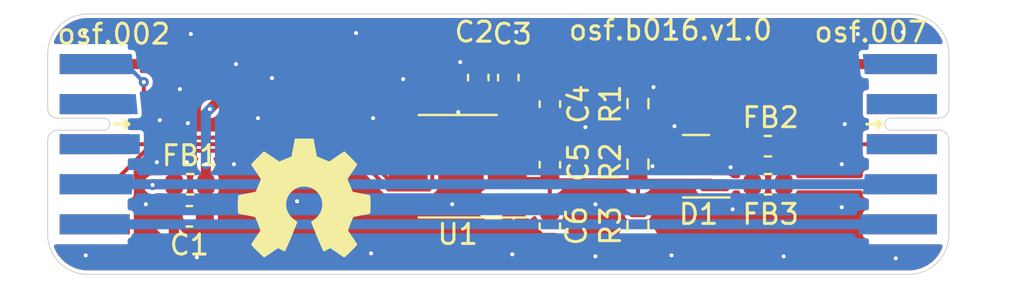
<source format=kicad_pcb>
(kicad_pcb (version 20211014) (generator pcbnew)
  (layers (0 "F.Cu" signal) (31 "B.Cu" signal) (34 "B.Paste" user) (35 "F.Paste" user) (36 "B.SilkS" user "B.Silkscreen") (37 "F.SilkS" user "F.Silkscreen") (38 "B.Mask" user) (39 "F.Mask" user) (44 "Edge.Cuts" user))
  (net 0 "")
  (net 1 "/thermocouple/VCC")
  (net 2 "GND")
  (net 3 "Net-(C4-Pad2)")
  (net 4 "Net-(C5-Pad2)")
  (net 5 "/thermocouple/T+")
  (net 6 "/thermocouple/T-")
  (net 7 "/thermocouple/SCK")
  (net 8 "/thermocouple/CS")
  (net 9 "/thermocouple/SO")
  (net 10 "+3.3V")
  (net 15 "+5V")
  (footprint "on_edge:on_edge_2x05_device" (layer "F.Cu") (at 140 96.5 -90)
    (fp_text reference "J1")
    (fp_text value "002_SPI")
    (fp_line (start -1 -4.05) (end -0.8 -3.85) (layer "F.SilkS") (width 0.153))
    (fp_line (start -1.2 -3.85) (end -1 -4.05) (layer "F.SilkS") (width 0.153))
    (fp_line (start -1 -4.05) (end -1 -3.323) (layer "F.SilkS") (width 0.153))
    (fp_line (start -4 0) (end -1.8 0) (layer "Edge.Cuts") (width 0.05))
    (fp_line (start -0.7 -0.5) (end -0.7 -2.8) (layer "Edge.Cuts") (width 0.05))
    (fp_line (start -0.2 0) (end 4 0) (layer "Edge.Cuts") (width 0.05))
    (fp_line (start -1.3 -2.8) (end -1.3 -0.5) (layer "Edge.Cuts") (width 0.05))
    (fp_arc (start -0.2 0) (mid -0.553553 -0.146447) (end -0.7 -0.5) (layer "Edge.Cuts") (width 0.05))
    (fp_arc (start -1.3 -2.8) (mid -1 -3.1) (end -0.7 -2.8) (layer "Edge.Cuts") (width 0.05))
    (fp_arc (start -1.3 -0.5) (mid -1.446447 -0.146447) (end -1.8 0) (layer "Edge.Cuts") (width 0.05))
    (pad "1" smd rect (at -4 -2.35 90) (size 1 3.5) (layers "F.Cu" "F.Mask") (net 2 "GND"))
    (pad "2" smd rect (at -2 -2.35 270) (size 1 3.5) (layers "F.Cu" "F.Mask"))
    (pad "3" smd rect (at 0 -2.35 270) (size 1 3.5) (layers "F.Cu" "F.Mask") (net 9 "/thermocouple/SO"))
    (pad "4" smd rect (at 2 -2.35 90) (size 1 3.5) (layers "F.Cu" "F.Mask") (net 7 "/thermocouple/SCK"))
    (pad "5" smd rect (at 4 -2.35 90) (size 1 3.5) (layers "F.Cu" "F.Mask"))
    (pad "6" smd custom (at -4 -2.4 270) (size 1 3.6) (layers "B.Cu" "B.Mask") (net 8 "/thermocouple/CS") (options (clearance outline) (anchor rect)) (primitives (gr_poly (pts (xy 0.5 -1.8) (xy 0.5 -1.9) (xy -0.5 -1.8)) (width 0) (fill yes))))
    (pad "7" smd custom (at -2 -2.1 270) (size 1 3) (layers "B.Cu" "B.Mask") (options (clearance outline) (anchor rect)) (primitives (gr_poly (pts (xy 0.3 -0.51) (xy 0.31 -0.62) (xy 0.33 -0.7) (xy 0.35 -0.76) (xy 0.37 -0.81) (xy 0.4 -0.86) (xy 0.44 -0.92) (xy 0.48 -0.97) (xy 0.5 -0.99) (xy 0.5 -2.4) (xy -0.5 -2.3) (xy -0.5 1.5) (xy 0.3 1.5)) (width 0) (fill yes))))
    (pad "8" smd rect (at 0 -2.6 270) (size 1 4) (layers "B.Cu" "B.Mask"))
    (pad "9" smd custom (at 2 -2.4 270) (size 1 3.6) (layers "B.Cu" "B.Mask") (net 10 "+3.3V") (options (clearance outline) (anchor rect)) (primitives (gr_poly (pts (xy -0.5 -1.8) (xy -0.5 -1.9) (xy 0.5 -1.8)) (width 0) (fill yes))))
    (pad "10" smd custom (at 4 -2.3 270) (size 1 3.4) (layers "B.Cu" "B.Mask") (net 15 "+5V") (options (clearance outline) (anchor rect)) (primitives (gr_poly (pts (xy -0.5 -1.7) (xy -0.5 -1.8) (xy 0.5 -1.7)) (width 0) (fill yes))))
    (zone (net 0) (net_name "") (layers F&B.Cu) (connect_pads (clearance 0)) (min_thickness 0.254)
      (keepout (tracks allowed) (vias not_allowed) (pads allowed) (copperpour not_allowed) (footprints not_allowed))
      (fill (thermal_gap 0.508) (thermal_bridge_width 0.508))
      (polygon (pts (xy 140 101.5) (xy 140 91.5) (xy 144 91.5) (xy 144 101.5)))
    )
  )
  (footprint "Inductor_SMD:L_0603_1608Metric" (layer "F.Cu") (at 175.9625 96.6)
    (fp_text reference "FB2" (at 0.1375 -1.43) (layer "F.SilkS"))
    (fp_text value "BLM18BB471SN1D")
    (fp_line (start -0.162779 -0.51) (end 0.162779 -0.51) (layer "F.SilkS") (width 0.12))
    (fp_line (start -0.162779 0.51) (end 0.162779 0.51) (layer "F.SilkS") (width 0.12))
    (pad "1" smd roundrect (at -0.7875 0) (size 0.875 0.95) (layers "F.Cu" "F.Paste" "F.Mask") (net 3 "Net-(C4-Pad2)"))
    (pad "2" smd roundrect (at 0.7875 0) (size 0.875 0.95) (layers "F.Cu" "F.Paste" "F.Mask") (net 5 "/thermocouple/T+"))
  )
  (footprint "on_edge:on_edge_2x05_host" (layer "F.Cu") (at 185 96.5 -90)
    (fp_text reference "J2")
    (fp_text value "007_ADC")
    (fp_line (start -1 3.373) (end -1.2 3.573) (layer "F.SilkS") (width 0.153))
    (fp_line (start -0.8 3.573) (end -1 3.373) (layer "F.SilkS") (width 0.153))
    (fp_line (start -1 4.1) (end -1 3.373) (layer "F.SilkS") (width 0.153))
    (fp_line (start -4 0) (end -1.8 0) (layer "Edge.Cuts") (width 0.05))
    (fp_line (start -1.3 0.5) (end -1.3 2.9) (layer "Edge.Cuts") (width 0.05))
    (fp_line (start -0.2 0) (end 4 0) (layer "Edge.Cuts") (width 0.05))
    (fp_line (start -0.7 2.9) (end -0.7 0.5) (layer "Edge.Cuts") (width 0.05))
    (fp_arc (start -1.8 0) (mid -1.446447 0.146447) (end -1.3 0.5) (layer "Edge.Cuts") (width 0.05))
    (fp_arc (start -0.7 2.9) (mid -1 3.2) (end -1.3 2.9) (layer "Edge.Cuts") (width 0.05))
    (fp_arc (start -0.7 0.5) (mid -0.553553 0.146447) (end -0.2 0) (layer "Edge.Cuts") (width 0.05))
    (pad "1" smd rect (at -4 2.35 270) (size 1 3.5) (layers "F.Cu" "F.Mask") (net 2 "GND"))
    (pad "2" smd rect (at -2 2.35 270) (size 1 3.5) (layers "F.Cu" "F.Mask"))
    (pad "3" smd rect (at 0 2.35 270) (size 1 3.5) (layers "F.Cu" "F.Mask") (net 5 "/thermocouple/T+"))
    (pad "4" smd rect (at 2 2.35 270) (size 1 3.5) (layers "F.Cu" "F.Mask") (net 6 "/thermocouple/T-"))
    (pad "5" smd rect (at 4 2.35 270) (size 1 3.5) (layers "F.Cu" "F.Mask"))
    (pad "6" smd custom (at -4 2.4 90) (size 1 3.6) (layers "B.Cu" "B.Mask") (options (clearance outline) (anchor rect)) (primitives (gr_poly (pts (xy 0.5 -1.8) (xy -0.5 -1.8) (xy 0.5 -1.9)) (width 0) (fill yes))))
    (pad "7" smd rect (at -2 2.35 90) (size 1 3.5) (layers "B.Cu" "B.Mask"))
    (pad "8" smd rect (at 0 2.35 90) (size 1 3.5) (layers "B.Cu" "B.Mask"))
    (pad "9" smd custom (at 2 2.4 90) (size 1 3.6) (layers "B.Cu" "B.Mask") (net 10 "+3.3V") (options (clearance outline) (anchor rect)) (primitives (gr_poly (pts (xy 0.5 -1.8) (xy -0.5 -1.8) (xy -0.5 -1.9)) (width 0) (fill yes))))
    (pad "10" smd custom (at 4 2.5 90) (size 1 3.8) (layers "B.Cu" "B.Mask") (net 15 "+5V") (options (clearance outline) (anchor rect)) (primitives (gr_poly (pts (xy 0.5 -1.9) (xy -0.5 -1.9) (xy -0.5 -2)) (width 0) (fill yes))))
    (zone (net 0) (net_name "") (layers F&B.Cu) (connect_pads (clearance 0)) (min_thickness 0.254)
      (keepout (tracks allowed) (vias not_allowed) (pads allowed) (copperpour not_allowed) (footprints not_allowed))
      (fill (thermal_gap 0.508) (thermal_bridge_width 0.508))
      (polygon (pts (xy 181 101.5) (xy 181 91.5) (xy 185 91.5) (xy 185 101.5)))
    )
  )
  (footprint "Capacitor_SMD:C_0603_1608Metric" (layer "F.Cu") (at 165.075 94.5 -90)
    (fp_text reference "C4" (at 0 -1.43 90) (layer "F.SilkS"))
    (fp_text value "10nF")
    (fp_line (start -0.14058 0.51) (end 0.14058 0.51) (layer "F.SilkS") (width 0.12))
    (fp_line (start -0.14058 -0.51) (end 0.14058 -0.51) (layer "F.SilkS") (width 0.12))
    (pad "1" smd roundrect (at -0.775 0 270) (size 0.9 0.95) (layers "F.Cu" "F.Paste" "F.Mask") (net 2 "GND"))
    (pad "2" smd roundrect (at 0.775 0 270) (size 0.9 0.95) (layers "F.Cu" "F.Paste" "F.Mask") (net 3 "Net-(C4-Pad2)"))
  )
  (footprint "Resistor_SMD:R_0603_1608Metric" (layer "F.Cu") (at 169.475 94.475 -90)
    (fp_text reference "R1" (at 0.025 1.375 90) (layer "F.SilkS"))
    (fp_text value "1M")
    (fp_line (start -0.237258 0.5225) (end 0.237258 0.5225) (layer "F.SilkS") (width 0.12))
    (fp_line (start -0.237258 -0.5225) (end 0.237258 -0.5225) (layer "F.SilkS") (width 0.12))
    (pad "1" smd roundrect (at -0.825 0 270) (size 0.8 0.95) (layers "F.Cu" "F.Paste" "F.Mask") (net 2 "GND"))
    (pad "2" smd roundrect (at 0.825 0 270) (size 0.8 0.95) (layers "F.Cu" "F.Paste" "F.Mask") (net 3 "Net-(C4-Pad2)"))
  )
  (footprint "Resistor_SMD:R_0603_1608Metric" (layer "F.Cu") (at 169.475 97.5 -90)
    (fp_text reference "R2" (at -0.1 1.375 90) (layer "F.SilkS"))
    (fp_text value "1M")
    (fp_line (start -0.237258 -0.5225) (end 0.237258 -0.5225) (layer "F.SilkS") (width 0.12))
    (fp_line (start -0.237258 0.5225) (end 0.237258 0.5225) (layer "F.SilkS") (width 0.12))
    (pad "1" smd roundrect (at -0.825 0 270) (size 0.8 0.95) (layers "F.Cu" "F.Paste" "F.Mask") (net 3 "Net-(C4-Pad2)"))
    (pad "2" smd roundrect (at 0.825 0 270) (size 0.8 0.95) (layers "F.Cu" "F.Paste" "F.Mask") (net 4 "Net-(C5-Pad2)"))
  )
  (footprint "Symbol:OSHW-Symbol_6.7x6mm_SilkScreen" (layer "F.Cu") (at 152.8 99.2)
    (fp_text reference "LOGO1" hide)
    (fp_text value "Logo_Open_Hardware_Small" hide)
    (fp_poly (pts (xy 0.555814 -2.531069) (xy 0.639635 -2.086445) (xy 0.94892 -1.958947) (xy 1.258206 -1.831449) (xy 1.629246 -2.083754) (xy 1.733157 -2.154004) (xy 1.827087 -2.216728) (xy 1.906652 -2.269062) (xy 1.96747 -2.308143) (xy 2.005157 -2.331107) (xy 2.015421 -2.336058) (xy 2.03391 -2.323324) (xy 2.07342 -2.288118) (xy 2.129522 -2.234938) (xy 2.197787 -2.168282) (xy 2.273786 -2.092646) (xy 2.353092 -2.012528) (xy 2.431275 -1.932426) (xy 2.503907 -1.856836) (xy 2.566559 -1.790255) (xy 2.614803 -1.737182) (xy 2.64421 -1.702113) (xy 2.651241 -1.690377) (xy 2.641123 -1.66874) (xy 2.612759 -1.621338) (xy 2.569129 -1.552807) (xy 2.513218 -1.467785) (xy 2.448006 -1.370907) (xy 2.410219 -1.31565) (xy 2.341343 -1.214752) (xy 2.28014 -1.123701) (xy 2.229578 -1.04703) (xy 2.192628 -0.989272) (xy 2.172258 -0.954957) (xy 2.169197 -0.947746) (xy 2.176136 -0.927252) (xy 2.195051 -0.879487) (xy 2.223087 -0.811168) (xy 2.257391 -0.729011) (xy 2.295109 -0.63973) (xy 2.333387 -0.550042) (xy 2.36937 -0.466662) (xy 2.400206 -0.396306) (xy 2.423039 -0.34569) (xy 2.435017 -0.321529) (xy 2.435724 -0.320578) (xy 2.454531 -0.315964) (xy 2.504618 -0.305672) (xy 2.580793 -0.290713) (xy 2.677865 -0.272099) (xy 2.790643 -0.250841) (xy 2.856442 -0.238582) (xy 2.97695 -0.215638) (xy 3.085797 -0.193805) (xy 3.177476 -0.174278) (xy 3.246481 -0.158252) (xy 3.287304 -0.146921) (xy 3.295511 -0.143326) (xy 3.303548 -0.118994) (xy 3.310033 -0.064041) (xy 3.31497 0.015108) (xy 3.318364 0.112026) (xy 3.320218 0.220287) (xy 3.320538 0.333465) (xy 3.319327 0.445135) (xy 3.31659 0.548868) (xy 3.312331 0.638241) (xy 3.306555 0.706826) (xy 3.299267 0.748197) (xy 3.294895 0.75681) (xy 3.268764 0.767133) (xy 3.213393 0.781892) (xy 3.136107 0.799352) (xy 3.04423 0.81778) (xy 3.012158 0.823741) (xy 2.857524 0.852066) (xy 2.735375 0.874876) (xy 2.641673 0.89308) (xy 2.572384 0.907583) (xy 2.523471 0.919292) (xy 2.490897 0.929115) (xy 2.470628 0.937956) (xy 2.458626 0.946724) (xy 2.456947 0.948457) (xy 2.440184 0.976371) (xy 2.414614 1.030695) (xy 2.382788 1.104777) (xy 2.34726 1.191965) (xy 2.310583 1.285608) (xy 2.275311 1.379052) (xy 2.243996 1.465647) (xy 2.219193 1.53874) (xy 2.203454 1.591678) (xy 2.199332 1.617811) (xy 2.199676 1.618726) (xy 2.213641 1.640086) (xy 2.245322 1.687084) (xy 2.291391 1.754827) (xy 2.348518 1.838423) (xy 2.413373 1.932982) (xy 2.431843 1.959854) (xy 2.497699 2.057275) (xy 2.55565 2.146163) (xy 2.602538 2.221412) (xy 2.635207 2.27792) (xy 2.6505 2.310581) (xy 2.651241 2.314593) (xy 2.638392 2.335684) (xy 2.602888 2.377464) (xy 2.549293 2.435445) (xy 2.482171 2.505135) (xy 2.406087 2.582045) (xy 2.325604 2.661683) (xy 2.245287 2.739561) (xy 2.169699 2.811186) (xy 2.103405 2.87207) (xy 2.050969 2.917721) (xy 2.016955 2.94365) (xy 2.007545 2.947883) (xy 1.985643 2.937912) (xy 1.9408 2.91102) (xy 1.880321 2.871736) (xy 1.833789 2.840117) (xy 1.749475 2.782098) (xy 1.649626 2.713784) (xy 1.549473 2.645579) (xy 1.495627 2.609075) (xy 1.313371 2.4858) (xy 1.160381 2.56852) (xy 1.090682 2.604759) (xy 1.031414 2.632926) (xy 0.991311 2.648991) (xy 0.981103 2.651226) (xy 0.968829 2.634722) (xy 0.944613 2.588082) (xy 0.910263 2.515609) (xy 0.867588 2.421606) (xy 0.818394 2.310374) (xy 0.76449 2.186215) (xy 0.707684 2.053432) (xy 0.649782 1.916327) (xy 0.592593 1.779202) (xy 0.537924 1.646358) (xy 0.487584 1.522098) (xy 0.44338 1.410725) (xy 0.407119 1.316539) (xy 0.380609 1.243844) (xy 0.365658 1.196941) (xy 0.363254 1.180833) (xy 0.382311 1.160286) (xy 0.424036 1.126933) (xy 0.479706 1.087702) (xy 0.484378 1.084599) (xy 0.628264 0.969423) (xy 0.744283 0.835053) (xy 0.83143 0.685784) (xy 0.888699 0.525913) (xy 0.915086 0.359737) (xy 0.909585 0.191552) (xy 0.87119 0.025655) (xy 0.798895 -0.133658) (xy 0.777626 -0.168513) (xy 0.666996 -0.309263) (xy 0.536302 -0.422286) (xy 0.390064 -0.506997) (xy 0.232808 -0.562806) (xy 0.069057 -0.589126) (xy -0.096667 -0.58537) (xy -0.259838 -0.55095) (xy -0.415935 -0.485277) (xy -0.560433 -0.387765) (xy -0.605131 -0.348187) (xy -0.718888 -0.224297) (xy -0.801782 -0.093876) (xy -0.858644 0.052315) (xy -0.890313 0.197088) (xy -0.898131 0.35986) (xy -0.872062 0.52344) (xy -0.814755 0.682298) (xy -0.728856 0.830906) (xy -0.617014 0.963735) (xy -0.481877 1.075256) (xy -0.464117 1.087011) (xy -0.40785 1.125508) (xy -0.365077 1.158863) (xy -0.344628 1.18016) (xy -0.344331 1.180833) (xy -0.348721 1.203871) (xy -0.366124 1.256157) (xy -0.394732 1.33339) (xy -0.432735 1.431268) (xy -0.478326 1.545491) (xy -0.529697 1.671758) (xy -0.585038 1.805767) (xy -0.642542 1.943218) (xy -0.700399 2.079808) (xy -0.756802 2.211237) (xy -0.809942 2.333205) (xy -0.85801 2.441409) (xy -0.899199 2.531549) (xy -0.931699 2.599323) (xy -0.953703 2.64043) (xy -0.962564 2.651226) (xy -0.98964 2.642819) (xy -1.040303 2.620272) (xy -1.105817 2.587613) (xy -1.141841 2.56852) (xy -1.294832 2.4858) (xy -1.477088 2.609075) (xy -1.570125 2.672228) (xy -1.671985 2.741727) (xy -1.767438 2.807165) (xy -1.81525 2.840117) (xy -1.882495 2.885273) (xy -1.939436 2.921057) (xy -1.978646 2.942938) (xy -1.991381 2.947563) (xy -2.009917 2.935085) (xy -2.050941 2.900252) (xy -2.110475 2.846678) (xy -2.184542 2.777983) (xy -2.269165 2.697781) (xy -2.322685 2.646286) (xy -2.416319 2.554286) (xy -2.497241 2.471999) (xy -2.562177 2.402945) (xy -2.607858 2.350644) (xy -2.631011 2.318616) (xy -2.633232 2.312116) (xy -2.622924 2.287394) (xy -2.594439 2.237405) (xy -2.550937 2.167212) (xy -2.495577 2.081875) (xy -2.43152 1.986456) (xy -2.413303 1.959854) (xy -2.346927 1.863167) (xy -2.287378 1.776117) (xy -2.237984 1.703595) (xy -2.202075 1.650493) (xy -2.182981 1.621703) (xy -2.181136 1.618726) (xy -2.183895 1.595782) (xy -2.198538 1.545336) (xy -2.222513 1.474041) (xy -2.253266 1.388547) (xy -2.288244 1.295507) (xy -2.324893 1.201574) (xy -2.360661 1.113399) (xy -2.392994 1.037634) (xy -2.419338 0.980931) (xy -2.437142 0.949943) (xy -2.438407 0.948457) (xy -2.449294 0.939601) (xy -2.467682 0.930843) (xy -2.497606 0.921277) (xy -2.543103 0.909996) (xy -2.608209 0.896093) (xy -2.696961 0.878663) (xy -2.813393 0.856798) (xy -2.961542 0.829591) (xy -2.993618 0.823741) (xy -3.088686 0.805374) (xy -3.171565 0.787405) (xy -3.23493 0.771569) (xy -3.271458 0.7596) (xy -3.276356 0.75681) (xy -3.284427 0.732072) (xy -3.290987 0.67679) (xy -3.296033 0.597389) (xy -3.299559 0.500296) (xy -3.301561 0.391938) (xy -3.302036 0.27874) (xy -3.300977 0.167128) (xy -3.298382 0.063529) (xy -3.294246 -0.025632) (xy -3.288563 -0.093928) (xy -3.281331 -0.134934) (xy -3.276971 -0.143326) (xy -3.252698 -0.151792) (xy -3.197426 -0.165565) (xy -3.116662 -0.18345) (xy -3.015912 -0.204252) (xy -2.900683 -0.226777) (xy -2.837902 -0.238582) (xy -2.718787 -0.260849) (xy -2.612565 -0.281021) (xy -2.524427 -0.298085) (xy -2.459566 -0.311031) (xy -2.423174 -0.318845) (xy -2.417184 -0.320578) (xy -2.407061 -0.34011) (xy -2.385662 -0.387157) (xy -2.355839 -0.454997) (xy -2.320445 -0.536909) (xy -2.282332 -0.626172) (xy -2.244353 -0.716065) (xy -2.20936 -0.799865) (xy -2.180206 -0.870853) (xy -2.159743 -0.922306) (xy -2.150823 -0.947503) (xy -2.150657 -0.948604) (xy -2.160769 -0.968481) (xy -2.189117 -1.014223) (xy -2.232723 -1.081283) (xy -2.288606 -1.165116) (xy -2.353787 -1.261174) (xy -2.391679 -1.31635) (xy -2.460725 -1.417519) (xy -2.52205 -1.50937) (xy -2.572663 -1.587256) (xy -2.609571 -1.646531) (xy -2.629782 -1.682549) (xy -2.632701 -1.690623) (xy -2.620153 -1.709416) (xy -2.585463 -1.749543) (xy -2.533063 -1.806507) (xy -2.467384 -1.875815) (xy -2.392856 -1.952969) (xy -2.313913 -2.033475) (xy -2.234983 -2.112837) (xy -2.1605 -2.18656) (xy -2.094894 -2.250148) (xy -2.042596 -2.299106) (xy -2.008039 -2.328939) (xy -1.996478 -2.336058) (xy -1.977654 -2.326047) (xy -1.932631 -2.297922) (xy -1.865787 -2.254546) (xy -1.781499 -2.198782) (xy -1.684144 -2.133494) (xy -1.610707 -2.083754) (xy -1.239667 -1.831449) (xy -0.621095 -2.086445) (xy -0.537275 -2.531069) (xy -0.453454 -2.975693) (xy 0.471994 -2.975693) (xy 0.555814 -2.531069)) (layer "F.SilkS") (width 0.01) (fill solid))
  )
  (footprint "Package_TO_SOT_SMD:SOT-23" (layer "F.Cu") (at 172.375 97.6 180)
    (fp_text reference "D1" (at -0.125 -2.4) (layer "F.SilkS"))
    (fp_text value "NUP2105LT1G")
    (fp_line (start 0 1.56) (end -0.65 1.56) (layer "F.SilkS") (width 0.12))
    (fp_line (start 0 -1.56) (end -1.675 -1.56) (layer "F.SilkS") (width 0.12))
    (fp_line (start 0 -1.56) (end 0.65 -1.56) (layer "F.SilkS") (width 0.12))
    (fp_line (start 0 1.56) (end 0.65 1.56) (layer "F.SilkS") (width 0.12))
    (pad "1" smd roundrect (at -0.9375 -0.95 180) (size 1.475 0.6) (layers "F.Cu" "F.Paste" "F.Mask") (net 4 "Net-(C5-Pad2)"))
    (pad "2" smd roundrect (at -0.9375 0.95 180) (size 1.475 0.6) (layers "F.Cu" "F.Paste" "F.Mask") (net 3 "Net-(C4-Pad2)"))
    (pad "3" smd roundrect (at 0.9375 0 180) (size 1.475 0.6) (layers "F.Cu" "F.Paste" "F.Mask") (net 2 "GND"))
  )
  (footprint "Capacitor_SMD:C_0603_1608Metric" (layer "F.Cu") (at 161.5 93.175 90)
    (fp_text reference "C2" (at 2.275 -0.2 180) (layer "F.SilkS"))
    (fp_text value "1uF")
    (fp_line (start -0.14058 -0.51) (end 0.14058 -0.51) (layer "F.SilkS") (width 0.12))
    (fp_line (start -0.14058 0.51) (end 0.14058 0.51) (layer "F.SilkS") (width 0.12))
    (pad "1" smd roundrect (at -0.775 0 90) (size 0.9 0.95) (layers "F.Cu" "F.Paste" "F.Mask") (net 1 "/thermocouple/VCC"))
    (pad "2" smd roundrect (at 0.775 0 90) (size 0.9 0.95) (layers "F.Cu" "F.Paste" "F.Mask") (net 2 "GND"))
  )
  (footprint "Resistor_SMD:R_0603_1608Metric" (layer "F.Cu") (at 169.475 100.575 -90)
    (fp_text reference "R3" (at 0 1.375 90) (layer "F.SilkS"))
    (fp_text value "1M")
    (fp_line (start -0.237258 0.5225) (end 0.237258 0.5225) (layer "F.SilkS") (width 0.12))
    (fp_line (start -0.237258 -0.5225) (end 0.237258 -0.5225) (layer "F.SilkS") (width 0.12))
    (pad "1" smd roundrect (at -0.825 0 270) (size 0.8 0.95) (layers "F.Cu" "F.Paste" "F.Mask") (net 4 "Net-(C5-Pad2)"))
    (pad "2" smd roundrect (at 0.825 0 270) (size 0.8 0.95) (layers "F.Cu" "F.Paste" "F.Mask") (net 2 "GND"))
  )
  (footprint "Inductor_SMD:L_0603_1608Metric" (layer "F.Cu") (at 147.1125 98.5)
    (fp_text reference "FB1" (at 0 -1.43) (layer "F.SilkS"))
    (fp_text value "FerriteBead_Small")
    (fp_line (start -0.162779 -0.51) (end 0.162779 -0.51) (layer "F.SilkS") (width 0.12))
    (fp_line (start -0.162779 0.51) (end 0.162779 0.51) (layer "F.SilkS") (width 0.12))
    (pad "1" smd roundrect (at -0.7875 0) (size 0.875 0.95) (layers "F.Cu" "F.Paste" "F.Mask") (net 10 "+3.3V"))
    (pad "2" smd roundrect (at 0.7875 0) (size 0.875 0.95) (layers "F.Cu" "F.Paste" "F.Mask") (net 1 "/thermocouple/VCC"))
  )
  (footprint "Capacitor_SMD:C_0603_1608Metric" (layer "F.Cu") (at 165.075 100.6 -90)
    (fp_text reference "C6" (at -0.025 -1.325 90) (layer "F.SilkS"))
    (fp_text value "10nF")
    (fp_line (start -0.14058 0.51) (end 0.14058 0.51) (layer "F.SilkS") (width 0.12))
    (fp_line (start -0.14058 -0.51) (end 0.14058 -0.51) (layer "F.SilkS") (width 0.12))
    (pad "1" smd roundrect (at -0.775 0 270) (size 0.9 0.95) (layers "F.Cu" "F.Paste" "F.Mask") (net 4 "Net-(C5-Pad2)"))
    (pad "2" smd roundrect (at 0.775 0 270) (size 0.9 0.95) (layers "F.Cu" "F.Paste" "F.Mask") (net 2 "GND"))
  )
  (footprint "Package_SO:SOIC-8_3.9x4.9mm_P1.27mm" (layer "F.Cu") (at 160.475 97.6 180)
    (fp_text reference "U1" (at 0 -3.4) (layer "F.SilkS"))
    (fp_text value "MAX31855KASA")
    (fp_line (start 0 2.56) (end -1.95 2.56) (layer "F.SilkS") (width 0.12))
    (fp_line (start 0 -2.56) (end -3.45 -2.56) (layer "F.SilkS") (width 0.12))
    (fp_line (start 0 2.56) (end 1.95 2.56) (layer "F.SilkS") (width 0.12))
    (fp_line (start 0 -2.56) (end 1.95 -2.56) (layer "F.SilkS") (width 0.12))
    (pad "1" smd roundrect (at -2.475 -1.905 180) (size 1.95 0.6) (layers "F.Cu" "F.Paste" "F.Mask") (net 2 "GND"))
    (pad "2" smd roundrect (at -2.475 -0.635 180) (size 1.95 0.6) (layers "F.Cu" "F.Paste" "F.Mask") (net 4 "Net-(C5-Pad2)"))
    (pad "3" smd roundrect (at -2.475 0.635 180) (size 1.95 0.6) (layers "F.Cu" "F.Paste" "F.Mask") (net 3 "Net-(C4-Pad2)"))
    (pad "4" smd roundrect (at -2.475 1.905 180) (size 1.95 0.6) (layers "F.Cu" "F.Paste" "F.Mask") (net 1 "/thermocouple/VCC"))
    (pad "5" smd roundrect (at 2.475 1.905 180) (size 1.95 0.6) (layers "F.Cu" "F.Paste" "F.Mask") (net 7 "/thermocouple/SCK"))
    (pad "6" smd roundrect (at 2.475 0.635 180) (size 1.95 0.6) (layers "F.Cu" "F.Paste" "F.Mask") (net 8 "/thermocouple/CS"))
    (pad "7" smd roundrect (at 2.475 -0.635 180) (size 1.95 0.6) (layers "F.Cu" "F.Paste" "F.Mask") (net 9 "/thermocouple/SO"))
    (pad "8" smd roundrect (at 2.475 -1.905 180) (size 1.95 0.6) (layers "F.Cu" "F.Paste" "F.Mask"))
  )
  (footprint "Capacitor_SMD:C_0603_1608Metric" (layer "F.Cu") (at 165.075 97.525 -90)
    (fp_text reference "C5" (at -0.125 -1.425 90) (layer "F.SilkS"))
    (fp_text value "10nF")
    (fp_line (start -0.14058 0.51) (end 0.14058 0.51) (layer "F.SilkS") (width 0.12))
    (fp_line (start -0.14058 -0.51) (end 0.14058 -0.51) (layer "F.SilkS") (width 0.12))
    (pad "1" smd roundrect (at -0.775 0 270) (size 0.9 0.95) (layers "F.Cu" "F.Paste" "F.Mask") (net 3 "Net-(C4-Pad2)"))
    (pad "2" smd roundrect (at 0.775 0 270) (size 0.9 0.95) (layers "F.Cu" "F.Paste" "F.Mask") (net 4 "Net-(C5-Pad2)"))
  )
  (footprint "Capacitor_SMD:C_0603_1608Metric" (layer "F.Cu") (at 163 93.175 90)
    (fp_text reference "C3" (at 2.175 0.2 180) (layer "F.SilkS"))
    (fp_text value "100nF")
    (fp_line (start -0.14058 -0.51) (end 0.14058 -0.51) (layer "F.SilkS") (width 0.12))
    (fp_line (start -0.14058 0.51) (end 0.14058 0.51) (layer "F.SilkS") (width 0.12))
    (pad "1" smd roundrect (at -0.775 0 90) (size 0.9 0.95) (layers "F.Cu" "F.Paste" "F.Mask") (net 1 "/thermocouple/VCC"))
    (pad "2" smd roundrect (at 0.775 0 90) (size 0.9 0.95) (layers "F.Cu" "F.Paste" "F.Mask") (net 2 "GND"))
  )
  (footprint "Inductor_SMD:L_0603_1608Metric" (layer "F.Cu") (at 175.975 98.5)
    (fp_text reference "FB3" (at 0.125 1.5) (layer "F.SilkS"))
    (fp_text value "BLM18BB471SN1D")
    (fp_line (start -0.162779 0.51) (end 0.162779 0.51) (layer "F.SilkS") (width 0.12))
    (fp_line (start -0.162779 -0.51) (end 0.162779 -0.51) (layer "F.SilkS") (width 0.12))
    (pad "1" smd roundrect (at -0.7875 0) (size 0.875 0.95) (layers "F.Cu" "F.Paste" "F.Mask") (net 4 "Net-(C5-Pad2)"))
    (pad "2" smd roundrect (at 0.7875 0) (size 0.875 0.95) (layers "F.Cu" "F.Paste" "F.Mask") (net 6 "/thermocouple/T-"))
  )
  (footprint "Capacitor_SMD:C_0603_1608Metric" (layer "F.Cu") (at 147.075 100.1 180)
    (fp_text reference "C1" (at 0 -1.43) (layer "F.SilkS"))
    (fp_text value "10uF")
    (fp_line (start -0.14058 -0.51) (end 0.14058 -0.51) (layer "F.SilkS") (width 0.12))
    (fp_line (start -0.14058 0.51) (end 0.14058 0.51) (layer "F.SilkS") (width 0.12))
    (pad "1" smd roundrect (at -0.775 0 180) (size 0.9 0.95) (layers "F.Cu" "F.Paste" "F.Mask") (net 1 "/thermocouple/VCC"))
    (pad "2" smd roundrect (at 0.775 0 180) (size 0.9 0.95) (layers "F.Cu" "F.Paste" "F.Mask") (net 2 "GND"))
  )
  (gr_line (start 142 90) (end 183 90) (layer "Edge.Cuts") (width 0.05))
  (gr_arc (start 185 101) (mid 184.414214 102.414214) (end 183 103) (layer "Edge.Cuts") (width 0.05))
  (gr_line (start 185 92) (end 185 92.5) (layer "Edge.Cuts") (width 0.05))
  (gr_line (start 183 103) (end 142 103) (layer "Edge.Cuts") (width 0.05))
  (gr_line (start 140 92) (end 140 92.5) (layer "Edge.Cuts") (width 0.05))
  (gr_arc (start 183 90) (mid 184.414214 90.585786) (end 185 92) (layer "Edge.Cuts") (width 0.05))
  (gr_line (start 185 100.5) (end 185 101) (layer "Edge.Cuts") (width 0.05))
  (gr_arc (start 142 103) (mid 140.585786 102.414214) (end 140 101) (layer "Edge.Cuts") (width 0.05))
  (gr_line (start 140 101) (end 140 100.5) (layer "Edge.Cuts") (width 0.05))
  (gr_arc (start 140 92) (mid 140.585786 90.585786) (end 142 90) (layer "Edge.Cuts") (width 0.05))
  (gr_text "osf.b016.v1.0" (at 171.1 90.8) (layer "F.SilkS") (effects (font (size 1 1))))
  (gr_text "osf.007" (at 181.1 90.9) (layer "F.SilkS") (effects (font (size 1 1))))
  (gr_text "osf.002" (at 143.3 91) (layer "F.SilkS") (effects (font (size 1 1))))
  (segment (start 147.85 100.1) (end 147.85 98.55) (width 0.5) (layer "F.Cu") (net 1))
  (segment (start 147.85 98.55) (end 147.9 98.5) (width 0.5) (layer "F.Cu") (net 1))
  (segment (start 147.9 98.5) (end 147.9 97.5) (width 0.5) (layer "F.Cu") (net 1))
  (segment (start 148.85 94) (end 161.45 94) (width 0.5) (layer "F.Cu") (net 1))
  (segment (start 162.95 95.695) (end 162.95 94) (width 0.5) (layer "F.Cu") (net 1))
  (segment (start 161.45 94) (end 161.5 93.95) (width 0.5) (layer "F.Cu") (net 1))
  (segment (start 162.95 94) (end 163 93.95) (width 0.5) (layer "F.Cu") (net 1))
  (segment (start 148.1 94.75) (end 148.85 94) (width 0.5) (layer "F.Cu") (net 1))
  (segment (start 161.5 93.95) (end 163 93.95) (width 0.5) (layer "F.Cu") (net 1))
  (via (at 147.9 97.5) (size 0.5) (drill 0.2) (layers "F.Cu" "B.Cu") (net 1))
  (via (at 148.1 94.75) (size 0.5) (drill 0.2) (layers "F.Cu" "B.Cu") (net 1))
  (segment (start 147.9 94.95) (end 148.1 94.75) (width 0.5) (layer "B.Cu") (net 1))
  (segment (start 147.9 97.5) (end 147.9 94.95) (width 0.5) (layer "B.Cu") (net 1))
  (segment (start 147 100.8) (end 147.2 100.8) (width 0.5) (layer "F.Cu") (net 2))
  (segment (start 163 92.4) (end 161.5 92.4) (width 0.5) (layer "F.Cu") (net 2))
  (segment (start 165.1 101.4) (end 165.075 101.375) (width 0.5) (layer "F.Cu") (net 2))
  (segment (start 169.475 93.65) (end 165.15 93.65) (width 0.5) (layer "F.Cu") (net 2))
  (segment (start 165.075 101.375) (end 164.82 101.375) (width 0.5) (layer "F.Cu") (net 2))
  (segment (start 175.45 93.65) (end 176.6 92.5) (width 0.5) (layer "F.Cu") (net 2))
  (segment (start 165.15 93.65) (end 165.075 93.725) (width 0.5) (layer "F.Cu") (net 2))
  (segment (start 169.475 101.4) (end 165.1 101.4) (width 0.5) (layer "F.Cu") (net 2))
  (segment (start 164.325 93.725) (end 163 92.4) (width 0.5) (layer "F.Cu") (net 2))
  (segment (start 149.5 92.4) (end 149.4 92.5) (width 0.5) (layer "F.Cu") (net 2))
  (segment (start 160.5 98.1) (end 160.5 94.9) (width 0.5) (layer "F.Cu") (net 2))
  (segment (start 165.075 93.725) (end 164.325 93.725) (width 0.5) (layer "F.Cu") (net 2))
  (segment (start 148.9 100.6) (end 149.3 100.2) (width 0.5) (layer "F.Cu") (net 2))
  (segment (start 170.25 93.65) (end 169.475 93.65) (width 0.5) (layer "F.Cu") (net 2))
  (segment (start 162.95 99.505) (end 161.905 99.505) (width 0.5) (layer "F.Cu") (net 2))
  (segment (start 164.82 101.375) (end 162.95 99.505) (width 0.5) (layer "F.Cu") (net 2))
  (segment (start 171.4375 97.6) (end 170.2 97.6) (width 0.5) (layer "F.Cu") (net 2))
  (segment (start 160.6 92.4) (end 149.5 92.4) (width 0.5) (layer "F.Cu") (net 2))
  (segment (start 176.6 92.5) (end 182.65 92.5) (width 0.5) (layer "F.Cu") (net 2))
  (segment (start 161.905 99.505) (end 161.6 99.2) (width 0.5) (layer "F.Cu") (net 2))
  (segment (start 161.6 99.2) (end 160.5 98.1) (width 0.5) (layer "F.Cu") (net 2))
  (segment (start 146.3 100.1) (end 147 100.8) (width 0.5) (layer "F.Cu") (net 2))
  (segment (start 161.5 92.4) (end 160.6 92.4) (width 0.5) (layer "F.Cu") (net 2))
  (segment (start 149.3 100.2) (end 149.3 97.5) (width 0.5) (layer "F.Cu") (net 2))
  (segment (start 142.35 92.5) (end 149.4 92.5) (width 0.5) (layer "F.Cu") (net 2))
  (segment (start 148.548 100.952) (end 148.9 100.6) (width 0.5) (layer "F.Cu") (net 2))
  (segment (start 170.25 93.65) (end 175.45 93.65) (width 0.5) (layer "F.Cu") (net 2))
  (segment (start 147.352 100.952) (end 148.548 100.952) (width 0.5) (layer "F.Cu") (net 2))
  (segment (start 147.2 100.8) (end 147.352 100.952) (width 0.5) (layer "F.Cu") (net 2))
  (via (at 147.45 102.15) (size 0.5) (drill 0.2) (layers "F.Cu" "B.Cu") (net 2))
  (via (at 179.65 97.5) (size 0.5) (drill 0.2) (layers "F.Cu" "B.Cu") (net 2))
  (via (at 179.8 95.5) (size 0.5) (drill 0.2) (layers "F.Cu" "B.Cu") (net 2))
  (via (at 152.45 99.35) (size 0.5) (drill 0.2) (layers "F.Cu" "B.Cu") (net 2))
  (via (at 149.3 97.5) (size 0.5) (drill 0.2) (layers "F.Cu" "B.Cu") (net 2))
  (via (at 156.15 101.95) (size 0.5) (drill 0.2) (layers "F.Cu" "B.Cu") (net 2))
  (via (at 151.2 93.2) (size 0.5) (drill 0.2) (layers "F.Cu" "B.Cu") (net 2))
  (via (at 174.2 99.75) (size 0.5) (drill 0.2) (layers "F.Cu" "B.Cu") (net 2))
  (via (at 156.25 95.2) (size 0.5) (drill 0.2) (layers "F.Cu" "B.Cu") (net 2))
  (via (at 182.35 102.2) (size 0.5) (drill 0.2) (layers "F.Cu" "B.Cu") (net 2))
  (via (at 167.35 102.1) (size 0.5) (drill 0.2) (layers "F.Cu" "B.Cu") (net 2))
  (via (at 171.25 90.9) (size 0.5) (drill 0.2) (layers "F.Cu" "B.Cu") (net 2))
  (via (at 166.85 95.65) (size 0.5) (drill 0.2) (layers "F.Cu" "B.Cu") (net 2))
  (via (at 160.2 99.5) (size 0.5) (drill 0.2) (layers "F.Cu" "B.Cu") (net 2))
  (via (at 145.6 95.3) (size 0.5) (drill 0.2) (layers "F.Cu" "B.Cu") (net 2))
  (via (at 146.95 97.4) (size 0.5) (drill 0.2) (layers "F.Cu" "B.Cu") (net 2))
  (via (at 176.75 102.1) (size 0.5) (drill 0.2) (layers "F.Cu" "B.Cu") (net 2))
  (via (at 146.6 93.75) (size 0.5) (drill 0.2) (layers "F.Cu" "B.Cu") (net 2))
  (via (at 145.45 97.4) (size 0.5) (drill 0.2) (layers "F.Cu" "B.Cu") (net 2))
  (via (at 174.1 97.65) (size 0.5) (drill 0.2) (layers "F.Cu" "B.Cu") (net 2))
  (via (at 167.35 99.5) (size 0.5) (drill 0.2) (layers "F.Cu" "B.Cu") (net 2))
  (via (at 179.65 99.65) (size 0.5) (drill 0.2) (layers "F.Cu" "B.Cu") (net 2))
  (via (at 171.3 95.6) (size 0.5) (drill 0.2) (layers "F.Cu" "B.Cu") (net 2))
  (via (at 170.25 93.65) (size 0.5) (drill 0.2) (layers "F.Cu" "B.Cu") (net 2))
  (via (at 150.5 95.2) (size 0.5) (drill 0.2) (layers "F.Cu" "B.Cu") (net 2))
  (via (at 160.6 92.4) (size 0.5) (drill 0.2) (layers "F.Cu" "B.Cu") (net 2))
  (via (at 170.2 97.6) (size 0.5) (drill 0.2) (layers "F.Cu" "B.Cu") (net 2))
  (via (at 147.15 91) (size 0.5) (drill 0.2) (layers "F.Cu" "B.Cu") (net 2))
  (via (at 182.7 90.9) (size 0.5) (drill 0.2) (layers "F.Cu" "B.Cu") (net 2))
  (via (at 171.15 102.05) (size 0.5) (drill 0.2) (layers "F.Cu" "B.Cu") (net 2))
  (via (at 160.5 94.9) (size 0.5) (drill 0.2) (layers "F.Cu" "B.Cu") (net 2))
  (via (at 147 95.45) (size 0.5) (drill 0.2) (layers "F.Cu" "B.Cu") (net 2))
  (via (at 163.4 90.9) (size 0.5) (drill 0.2) (layers "F.Cu" "B.Cu") (net 2))
  (via (at 180.45 91) (size 0.5) (drill 0.2) (layers "F.Cu" "B.Cu") (net 2))
  (via (at 141.9 102.05) (size 0.5) (drill 0.2) (layers "F.Cu" "B.Cu") (net 2))
  (via (at 163.2 102) (size 0.5) (drill 0.2) (layers "F.Cu" "B.Cu") (net 2))
  (via (at 141.85 90.95) (size 0.5) (drill 0.2) (layers "F.Cu" "B.Cu") (net 2))
  (via (at 155.4 90.95) (size 0.5) (drill 0.2) (layers "F.Cu" "B.Cu") (net 2))
  (via (at 149.4 92.5) (size 0.5) (drill 0.2) (layers "F.Cu" "B.Cu") (net 2))
  (via (at 144.9 99.5) (size 0.5) (drill 0.2) (layers "F.Cu" "B.Cu") (net 2))
  (via (at 157.75 93.25) (size 0.5) (drill 0.2) (layers "F.Cu" "B.Cu") (net 2))
  (segment (start 160.5 92.5) (end 160.6 92.4) (width 0.5) (layer "B.Cu") (net 2))
  (segment (start 160.5 94.9) (end 160.5 92.5) (width 0.5) (layer "B.Cu") (net 2))
  (segment (start 170.2 93.7) (end 170.25 93.65) (width 0.5) (layer "B.Cu") (net 2))
  (segment (start 149.3 97.5) (end 149.3 92.6) (width 0.5) (layer "B.Cu") (net 2))
  (segment (start 149.3 92.6) (end 149.4 92.5) (width 0.5) (layer "B.Cu") (net 2))
  (segment (start 170.2 97.6) (end 170.2 93.7) (width 0.5) (layer "B.Cu") (net 2))
  (segment (start 173.2875 96.675) (end 173.3125 96.65) (width 0.2) (layer "F.Cu") (net 3))
  (segment (start 162.95 96.965) (end 164.86 96.965) (width 0.2) (layer "F.Cu") (net 3))
  (segment (start 165.075 95.275) (end 165.075 96.75) (width 0.2) (layer "F.Cu") (net 3))
  (segment (start 175.175 96.6) (end 173.3625 96.6) (width 0.2) (layer "F.Cu") (net 3))
  (segment (start 169.475 95.3) (end 169.475 96.675) (width 0.2) (layer "F.Cu") (net 3))
  (segment (start 173.3625 96.6) (end 173.3125 96.65) (width 0.2) (layer "F.Cu") (net 3))
  (segment (start 165.15 96.675) (end 169.475 96.675) (width 0.2) (layer "F.Cu") (net 3))
  (segment (start 169.475 96.675) (end 173.2875 96.675) (width 0.2) (layer "F.Cu") (net 3))
  (segment (start 164.86 96.965) (end 165.075 96.75) (width 0.2) (layer "F.Cu") (net 3))
  (segment (start 165.075 96.75) (end 165.15 96.675) (width 0.2) (layer "F.Cu") (net 3))
  (segment (start 175.1875 98.5) (end 173.3625 98.5) (width 0.2) (layer "F.Cu") (net 4))
  (segment (start 165.075 98.3) (end 169.45 98.3) (width 0.2) (layer "F.Cu") (net 4))
  (segment (start 169.45 98.3) (end 169.475 98.325) (width 0.2) (layer "F.Cu") (net 4))
  (segment (start 165.01 98.235) (end 165.075 98.3) (width 0.2) (layer "F.Cu") (net 4))
  (segment (start 173.3625 98.5) (end 173.3125 98.55) (width 0.2) (layer "F.Cu") (net 4))
  (segment (start 173.0875 98.325) (end 173.3125 98.55) (width 0.2) (layer "F.Cu") (net 4))
  (segment (start 165.075 98.3) (end 165.075 99.825) (width 0.2) (layer "F.Cu") (net 4))
  (segment (start 162.95 98.235) (end 165.01 98.235) (width 0.2) (layer "F.Cu") (net 4))
  (segment (start 169.475 98.325) (end 173.0875 98.325) (width 0.2) (layer "F.Cu") (net 4))
  (segment (start 169.475 98.325) (end 169.475 99.75) (width 0.2) (layer "F.Cu") (net 4))
  (segment (start 176.75 96.6) (end 176.85 96.5) (width 0.2) (layer "F.Cu") (net 5))
  (segment (start 176.85 96.5) (end 182.65 96.5) (width 0.2) (layer "F.Cu") (net 5))
  (segment (start 176.7625 98.5) (end 182.65 98.5) (width 0.2) (layer "F.Cu") (net 6))
  (segment (start 157.018841 98.762) (end 159.038 98.762) (width 0.2) (layer "F.Cu") (net 7))
  (segment (start 156.798 98.498) (end 156.798 98.541159) (width 0.2) (layer "F.Cu") (net 7))
  (segment (start 159.202 98.598) (end 159.202 96.102) (width 0.2) (layer "F.Cu") (net 7))
  (segment (start 158.795 95.695) (end 158 95.695) (width 0.2) (layer "F.Cu") (net 7))
  (segment (start 156.798 98.541159) (end 157.018841 98.762) (width 0.2) (layer "F.Cu") (net 7))
  (segment (start 159.202 96.102) (end 158.795 95.695) (width 0.2) (layer "F.Cu") (net 7))
  (segment (start 159.038 98.762) (end 159.202 98.598) (width 0.2) (layer "F.Cu") (net 7))
  (segment (start 144.873 96.827) (end 155.127 96.827) (width 0.2) (layer "F.Cu") (net 7))
  (segment (start 142.35 98.5) (end 143.2 98.5) (width 0.2) (layer "F.Cu") (net 7))
  (segment (start 155.127 96.827) (end 156.798 98.498) (width 0.2) (layer "F.Cu") (net 7))
  (segment (start 143.2 98.5) (end 144.873 96.827) (width 0.2) (layer "F.Cu") (net 7))
  (segment (start 144.8 95.4) (end 144.8 93.4) (width 0.2) (layer "F.Cu") (net 8))
  (segment (start 155.473 96.173) (end 145.573 96.173) (width 0.2) (layer "F.Cu") (net 8))
  (segment (start 158 96.965) (end 156.265 96.965) (width 0.2) (layer "F.Cu") (net 8))
  (segment (start 145.573 96.173) (end 144.8 95.4) (width 0.2) (layer "F.Cu") (net 8))
  (segment (start 156.265 96.965) (end 155.473 96.173) (width 0.2) (layer "F.Cu") (net 8))
  (via (at 144.8 93.4) (size 0.5) (drill 0.2) (layers "F.Cu" "B.Cu") (net 8))
  (segment (start 143.9 92.5) (end 142.4 92.5) (width 0.2) (layer "B.Cu") (net 8))
  (segment (start 144.8 93.4) (end 143.9 92.5) (width 0.2) (layer "B.Cu") (net 8))
  (segment (start 155.262448 96.5) (end 142.35 96.5) (width 0.2) (layer "F.Cu") (net 9))
  (segment (start 156.997448 98.235) (end 155.262448 96.5) (width 0.2) (layer "F.Cu") (net 9))
  (segment (start 158 98.235) (end 156.997448 98.235) (width 0.2) (layer "F.Cu") (net 9))
  (segment (start 145.27458 98.5) (end 145.23729 98.53729) (width 0.5) (layer "F.Cu") (net 10))
  (segment (start 146.325 98.5) (end 145.27458 98.5) (width 0.5) (layer "F.Cu") (net 10))
  (via (at 145.23729 98.53729) (size 0.5) (drill 0.2) (layers "F.Cu" "B.Cu") (net 10))
  (segment (start 142.4 98.5) (end 182.6 98.5) (width 0.5) (layer "B.Cu") (net 10))
  (segment (start 142.3 100.5) (end 182.5 100.5) (width 0.5) (layer "B.Cu") (net 15))
  (zone (net 2) (net_name "GND") (layers F&B.Cu) (connect_pads (clearance 0.2)) (min_thickness 0.2) (fill yes (thermal_gap 0.508) (thermal_bridge_width 0.508))
    (polygon (pts (xy 186.3 103.9) (xy 139.4 103.95) (xy 139.4 89.35) (xy 186.4 89.3)))
  )
)
</source>
